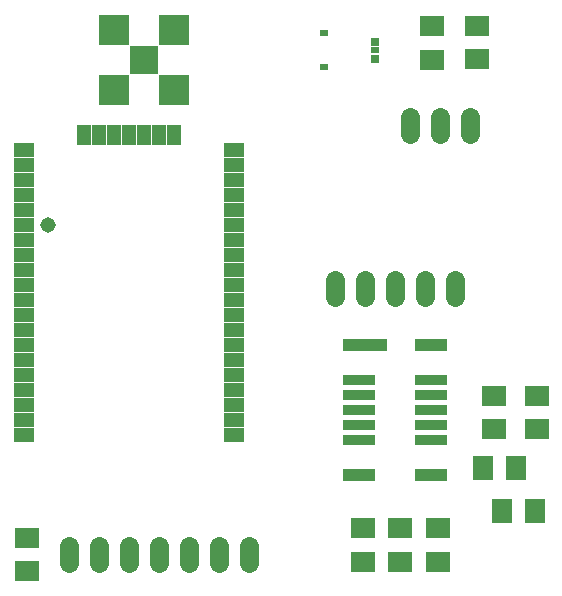
<source format=gts>
G75*
%MOIN*%
%OFA0B0*%
%FSLAX25Y25*%
%IPPOS*%
%LPD*%
%AMOC8*
5,1,8,0,0,1.08239X$1,22.5*
%
%ADD10R,0.07887X0.07099*%
%ADD11R,0.07099X0.07887*%
%ADD12R,0.07898X0.07099*%
%ADD13R,0.07099X0.07898*%
%ADD14R,0.06787X0.04787*%
%ADD15R,0.04787X0.06787*%
%ADD16R,0.11036X0.03556*%
%ADD17R,0.11036X0.03950*%
%ADD18R,0.14973X0.03950*%
%ADD19R,0.10249X0.10249*%
%ADD20R,0.09658X0.09658*%
%ADD21R,0.03162X0.02572*%
%ADD22R,0.03162X0.02375*%
%ADD23C,0.06400*%
%ADD24C,0.05156*%
D10*
X0500208Y0013755D03*
X0500208Y0024778D03*
X0655833Y0061255D03*
X0670208Y0061255D03*
X0670208Y0072278D03*
X0655833Y0072278D03*
X0650208Y0184380D03*
X0650208Y0195403D03*
D11*
X0652197Y0048017D03*
X0663220Y0048017D03*
D12*
X0637083Y0027990D03*
X0624583Y0027990D03*
X0612083Y0027990D03*
X0612083Y0016793D03*
X0624583Y0016793D03*
X0637083Y0016793D03*
X0635208Y0184293D03*
X0635208Y0195490D03*
D13*
X0658360Y0033642D03*
X0669557Y0033642D03*
D14*
X0568958Y0059267D03*
X0568958Y0064267D03*
X0568958Y0069267D03*
X0568958Y0074267D03*
X0568958Y0079267D03*
X0568958Y0084267D03*
X0568958Y0089267D03*
X0568958Y0094267D03*
X0568958Y0099267D03*
X0568958Y0104267D03*
X0568958Y0109267D03*
X0568958Y0114267D03*
X0568958Y0119267D03*
X0568958Y0124267D03*
X0568958Y0129267D03*
X0568958Y0134267D03*
X0568958Y0139267D03*
X0568958Y0144267D03*
X0568958Y0149267D03*
X0568958Y0154267D03*
X0498958Y0154267D03*
X0498958Y0149267D03*
X0498958Y0144267D03*
X0498958Y0139267D03*
X0498958Y0134267D03*
X0498958Y0129267D03*
X0498958Y0124267D03*
X0498958Y0119267D03*
X0498958Y0114267D03*
X0498958Y0109267D03*
X0498958Y0104267D03*
X0498958Y0099267D03*
X0498958Y0094267D03*
X0498958Y0089267D03*
X0498958Y0084267D03*
X0498958Y0079267D03*
X0498958Y0074267D03*
X0498958Y0069267D03*
X0498958Y0064267D03*
X0498958Y0059267D03*
D15*
X0518958Y0159267D03*
X0523958Y0159267D03*
X0528958Y0159267D03*
X0533958Y0159267D03*
X0538958Y0159267D03*
X0543958Y0159267D03*
X0548958Y0159267D03*
D16*
X0610700Y0077392D03*
X0610700Y0072392D03*
X0610740Y0067392D03*
X0610700Y0062392D03*
X0610700Y0057392D03*
X0634716Y0057470D03*
X0634716Y0062392D03*
X0634716Y0067392D03*
X0634716Y0072392D03*
X0634716Y0077392D03*
D17*
X0634716Y0089045D03*
X0634716Y0045738D03*
X0610700Y0045738D03*
D18*
X0612669Y0089045D03*
D19*
X0548958Y0174267D03*
X0528958Y0174267D03*
X0528958Y0194267D03*
X0548958Y0194267D03*
D20*
X0538958Y0184267D03*
D21*
X0616173Y0184537D03*
X0616173Y0190246D03*
D22*
X0616173Y0187392D03*
X0599244Y0193100D03*
X0599244Y0181683D03*
D23*
X0627708Y0165192D02*
X0627708Y0159592D01*
X0637708Y0159592D02*
X0637708Y0165192D01*
X0647708Y0165192D02*
X0647708Y0159592D01*
X0642708Y0110817D02*
X0642708Y0105217D01*
X0632708Y0105217D02*
X0632708Y0110817D01*
X0622708Y0110817D02*
X0622708Y0105217D01*
X0612708Y0105217D02*
X0612708Y0110817D01*
X0602708Y0110817D02*
X0602708Y0105217D01*
X0573958Y0022067D02*
X0573958Y0016467D01*
X0563958Y0016467D02*
X0563958Y0022067D01*
X0553958Y0022067D02*
X0553958Y0016467D01*
X0543958Y0016467D02*
X0543958Y0022067D01*
X0533958Y0022067D02*
X0533958Y0016467D01*
X0523958Y0016467D02*
X0523958Y0022067D01*
X0513958Y0022067D02*
X0513958Y0016467D01*
D24*
X0507083Y0129267D03*
M02*

</source>
